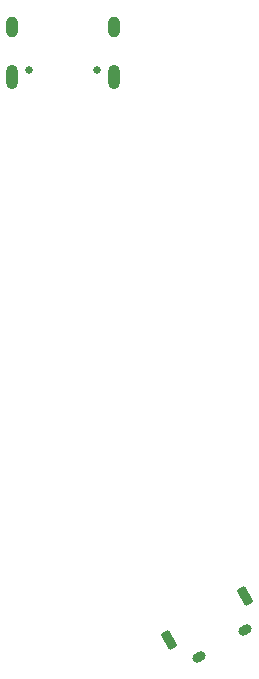
<source format=gbr>
%TF.GenerationSoftware,KiCad,Pcbnew,8.0.1*%
%TF.CreationDate,2024-09-23T16:13:28-04:00*%
%TF.ProjectId,stm32h7,73746d33-3268-4372-9e6b-696361645f70,rev?*%
%TF.SameCoordinates,Original*%
%TF.FileFunction,Soldermask,Bot*%
%TF.FilePolarity,Negative*%
%FSLAX46Y46*%
G04 Gerber Fmt 4.6, Leading zero omitted, Abs format (unit mm)*
G04 Created by KiCad (PCBNEW 8.0.1) date 2024-09-23 16:13:28*
%MOMM*%
%LPD*%
G01*
G04 APERTURE LIST*
G04 Aperture macros list*
%AMRoundRect*
0 Rectangle with rounded corners*
0 $1 Rounding radius*
0 $2 $3 $4 $5 $6 $7 $8 $9 X,Y pos of 4 corners*
0 Add a 4 corners polygon primitive as box body*
4,1,4,$2,$3,$4,$5,$6,$7,$8,$9,$2,$3,0*
0 Add four circle primitives for the rounded corners*
1,1,$1+$1,$2,$3*
1,1,$1+$1,$4,$5*
1,1,$1+$1,$6,$7*
1,1,$1+$1,$8,$9*
0 Add four rect primitives between the rounded corners*
20,1,$1+$1,$2,$3,$4,$5,0*
20,1,$1+$1,$4,$5,$6,$7,0*
20,1,$1+$1,$6,$7,$8,$9,0*
20,1,$1+$1,$8,$9,$2,$3,0*%
%AMHorizOval*
0 Thick line with rounded ends*
0 $1 width*
0 $2 $3 position (X,Y) of the first rounded end (center of the circle)*
0 $4 $5 position (X,Y) of the second rounded end (center of the circle)*
0 Add line between two ends*
20,1,$1,$2,$3,$4,$5,0*
0 Add two circle primitives to create the rounded ends*
1,1,$1,$2,$3*
1,1,$1,$4,$5*%
G04 Aperture macros list end*
%ADD10HorizOval,0.800000X0.173205X0.100000X-0.173205X-0.100000X0*%
%ADD11RoundRect,0.131234X0.101625X-0.713551X0.567141X-0.444785X-0.101625X0.713551X-0.567141X0.444785X0*%
%ADD12C,0.650000*%
%ADD13O,1.000000X2.100000*%
%ADD14O,1.000000X1.800000*%
G04 APERTURE END LIST*
D10*
%TO.C,SW1*%
X141509397Y-97626403D03*
X145397851Y-95381403D03*
D11*
X145417248Y-92495000D03*
X139000000Y-96200000D03*
%TD*%
D12*
%TO.C,J1*%
X132915000Y-47970000D03*
X127135000Y-47970000D03*
D13*
X134345000Y-48490000D03*
D14*
X134345000Y-44290000D03*
D13*
X125705000Y-48490000D03*
D14*
X125705000Y-44290000D03*
%TD*%
M02*

</source>
